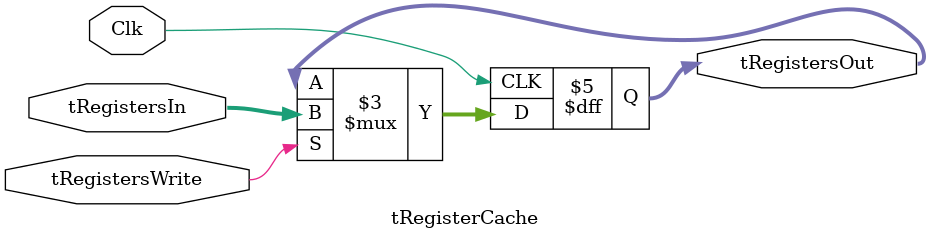
<source format=v>
`timescale 1ns / 1ps
module tRegisterCache(tRegistersIn, tRegistersOut, tRegistersWrite, Clk);

	 input [255:0] tRegistersIn;
    input tRegistersWrite, Clk;
    output reg [255:0] tRegistersOut; 
	 
	 
    always @(posedge Clk)
    begin
    
        if(tRegistersWrite == 1)
        begin
            tRegistersOut <= tRegistersIn;
        end
    end
	 
endmodule
//////////////////////////////////////////////////////////////////////////////////////
//Instructions:                                                                     //
//ltr    11111100000000000000000000000000   //Load t-Registers                      //
//str    11111000000000000000000000000000   //Store t-Registers                     //
//Registers t0-t7                                                                   //
//////////////////////////////////////////////////////////////////////////////////////
//How to implement:                                                                 //
//  -Create a wire with similar format as "tRegistersIn" in the Decode module       //
//   going from tRegisterCache(output/"tRegistersOut") to Registers(input).         //
//                                                                                  //
//  -Create a case in Control to detect the OPCode for lsr and ssr                  //
//   Instructions. Create signal "ltr" in Control to go                             //
//   high whenever ltr Instruction is detected. Create signal "str" in Control      // 
//   to go high whenever str Instruction is detected.                               //
//                                                                                  //
//  -Create a 1-bit wire "ltr" from Control(output/"ltr")                           //
//   to Registers(input). When high, will write to t-Registers.                     //
//                                                                                  //
//  -Create logic within Registers that will write the values of t from the         //
//   new input wire into corresponding t-registers in the register file             //
//                                                                                  //
//        if(ltr){                                                                  //
//          RegisterFile[8:15] <= tRegistersOut;                                    //
//      }                                                                           //
//                                                                                  //
//  add this into posedge Clk part of Registers module.                             //
//                                                                                  //
//  -Create a 1-bit wire "str" from Control(output/"str")                           //
//   to tRegisterCache(input/"tRegistersWrite"). When high, will write into cache.  //
//                                                                                  //
//  -Logic is already contained in here to deal with changing on Clock edge.        //
//////////////////////////////////////////////////////////////////////////////////////

</source>
